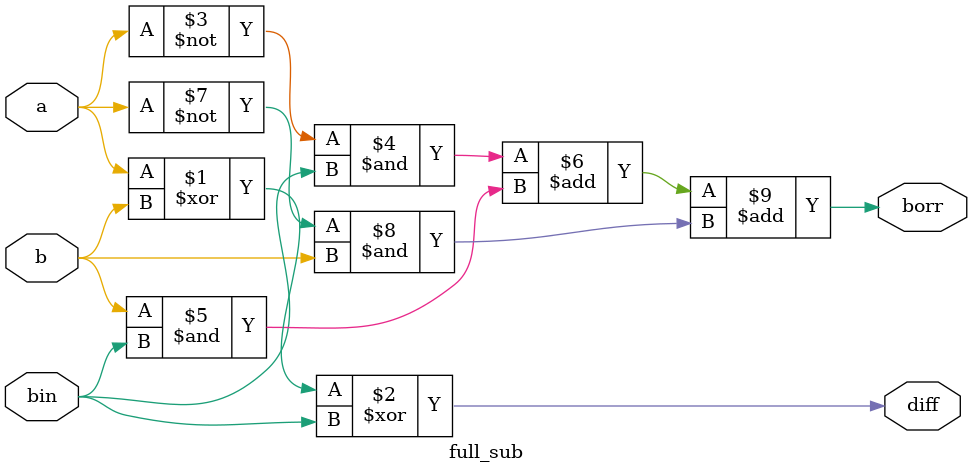
<source format=v>
module full_sub(input a,b,bin, output diff,borr);

	assign diff = a^b^bin;
	assign borr = ((~a&bin) + (b&bin) + (~a&b));
	
endmodule

</source>
